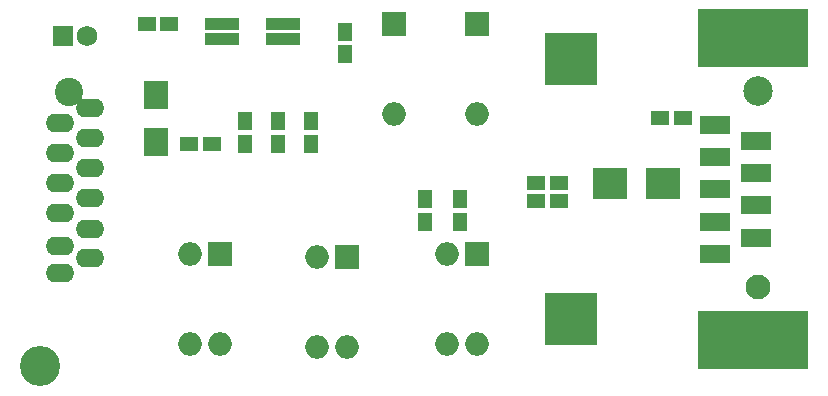
<source format=gbr>
G04 #@! TF.FileFunction,Soldermask,Top*
%FSLAX46Y46*%
G04 Gerber Fmt 4.6, Leading zero omitted, Abs format (unit mm)*
G04 Created by KiCad (PCBNEW 4.0.4+e1-6308~48~ubuntu14.04.1-stable) date Wed Jan  4 17:00:53 2017*
%MOMM*%
%LPD*%
G01*
G04 APERTURE LIST*
%ADD10C,0.100000*%
%ADD11R,1.150000X1.600000*%
%ADD12R,1.600000X1.150000*%
%ADD13R,1.750000X1.750000*%
%ADD14C,1.750000*%
%ADD15R,2.900000X1.000000*%
%ADD16R,2.900000X0.670000*%
%ADD17R,4.464000X4.464000*%
%ADD18R,2.000000X2.400000*%
%ADD19C,2.500000*%
%ADD20R,9.400000X5.000000*%
%ADD21R,2.500000X1.600000*%
%ADD22C,2.100000*%
%ADD23C,3.400000*%
%ADD24R,2.000000X2.000000*%
%ADD25O,2.000000X2.000000*%
%ADD26O,2.400000X1.600000*%
%ADD27C,2.400000*%
G04 APERTURE END LIST*
D10*
D11*
X172200000Y-102150000D03*
X172200000Y-100250000D03*
X175000000Y-102150000D03*
X175000000Y-100250000D03*
D12*
X206450000Y-100000000D03*
X204550000Y-100000000D03*
D11*
X169400000Y-102150000D03*
X169400000Y-100250000D03*
D12*
X195950000Y-107000000D03*
X194050000Y-107000000D03*
X195950000Y-105500000D03*
X194050000Y-105500000D03*
X164650000Y-102200000D03*
X166550000Y-102200000D03*
D13*
X154000000Y-93000000D03*
D14*
X156000000Y-93000000D03*
D12*
X162950000Y-92000000D03*
X161050000Y-92000000D03*
D11*
X177800000Y-94550000D03*
X177800000Y-92650000D03*
X184600000Y-106850000D03*
X184600000Y-108750000D03*
X187600000Y-106850000D03*
X187600000Y-108750000D03*
D15*
X172600000Y-91965000D03*
X167400000Y-91965000D03*
X172600000Y-93235000D03*
X167400000Y-93235000D03*
D16*
X200250000Y-106500000D03*
X204750000Y-106500000D03*
X200250000Y-106000000D03*
X204750000Y-106000000D03*
X200250000Y-105500000D03*
X204750000Y-105500000D03*
X200250000Y-105000000D03*
X204750000Y-105000000D03*
X200250000Y-104500000D03*
X204750000Y-104500000D03*
D17*
X197000000Y-117000000D03*
X197000000Y-95000000D03*
D18*
X161800000Y-102000000D03*
X161800000Y-98000000D03*
D19*
X212800000Y-97700000D03*
D20*
X212400000Y-93225000D03*
D21*
X209200000Y-100520000D03*
X212600000Y-101890000D03*
X209200000Y-103260000D03*
X212600000Y-104630000D03*
X209200000Y-106000000D03*
X212600000Y-107370000D03*
X209200000Y-108740000D03*
X212600000Y-110110000D03*
X209200000Y-111480000D03*
D20*
X212400000Y-118775000D03*
D22*
X212800000Y-114300000D03*
D23*
X152000000Y-121000000D03*
D24*
X167250000Y-111500000D03*
D25*
X164710000Y-119120000D03*
X164710000Y-111500000D03*
X167250000Y-119120000D03*
D24*
X189000000Y-92000000D03*
D25*
X189000000Y-99620000D03*
D24*
X178000000Y-111750000D03*
D25*
X175460000Y-119370000D03*
X175460000Y-111750000D03*
X178000000Y-119370000D03*
D24*
X189000000Y-111500000D03*
D25*
X186460000Y-119120000D03*
X186460000Y-111500000D03*
X189000000Y-119120000D03*
D24*
X182000000Y-92000000D03*
D25*
X182000000Y-99620000D03*
D26*
X156270000Y-99150000D03*
X153730000Y-100420000D03*
X156270000Y-101690000D03*
X153730000Y-102966000D03*
X156270000Y-104230000D03*
X153730000Y-105500000D03*
X156270000Y-106770000D03*
X153730000Y-108040000D03*
X156270000Y-109400000D03*
X153730000Y-110780000D03*
X156270000Y-111850000D03*
X153730000Y-113120000D03*
D27*
X154470000Y-97800000D03*
M02*

</source>
